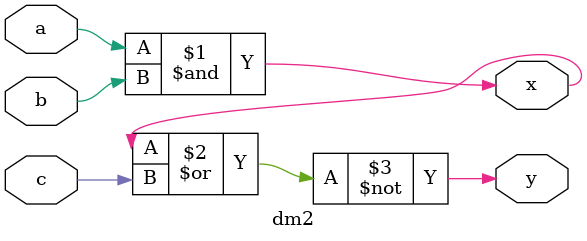
<source format=v>
`timescale 1ns / 1ps

module dm2(
    input a, b, c,
    output x, y
    );

assign x = a&b;
assign y = ~(x|c);
endmodule

</source>
